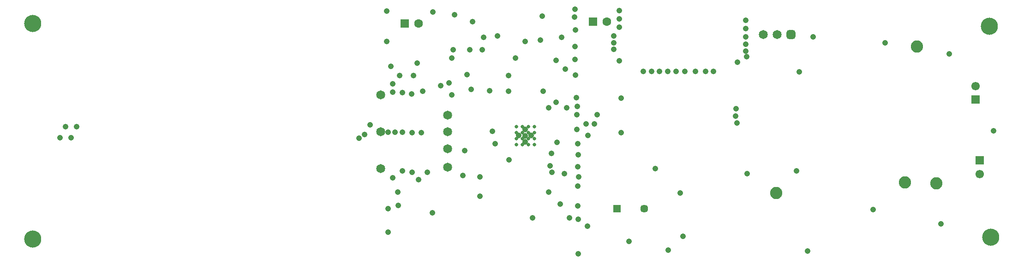
<source format=gbs>
G04*
G04 #@! TF.GenerationSoftware,Altium Limited,Altium Designer,23.3.1 (30)*
G04*
G04 Layer_Color=16711935*
%FSLAX44Y44*%
%MOMM*%
G71*
G04*
G04 #@! TF.SameCoordinates,C1E6EB35-FD0D-487A-9AD2-E077E24BAF61*
G04*
G04*
G04 #@! TF.FilePolarity,Negative*
G04*
G01*
G75*
%ADD72C,3.1500*%
%ADD73C,1.6000*%
%ADD74R,1.6000X1.6000*%
%ADD75C,1.6500*%
%ADD76C,1.4500*%
%ADD77C,2.2500*%
G04:AMPARAMS|DCode=78|XSize=1.65mm|YSize=1.65mm|CornerRadius=0.45mm|HoleSize=0mm|Usage=FLASHONLY|Rotation=0.000|XOffset=0mm|YOffset=0mm|HoleType=Round|Shape=RoundedRectangle|*
%AMROUNDEDRECTD78*
21,1,1.6500,0.7500,0,0,0.0*
21,1,0.7500,1.6500,0,0,0.0*
1,1,0.9000,0.3750,-0.3750*
1,1,0.9000,-0.3750,-0.3750*
1,1,0.9000,-0.3750,0.3750*
1,1,0.9000,0.3750,0.3750*
%
%ADD78ROUNDEDRECTD78*%
%ADD79R,1.4500X1.4500*%
%ADD80C,1.5500*%
%ADD81R,1.5500X1.5500*%
%ADD82C,1.0570*%
%ADD83C,1.0565*%
%ADD84C,0.6500*%
D72*
X1812290Y59690D02*
D03*
X1809750Y447040D02*
D03*
X54610Y452120D02*
D03*
Y55880D02*
D03*
D73*
X1107440Y455930D02*
D03*
X762000Y452120D02*
D03*
D74*
X1082040Y455930D02*
D03*
X736600Y452120D02*
D03*
D75*
X692230Y185410D02*
D03*
Y321130D02*
D03*
X815340Y222240D02*
D03*
Y187960D02*
D03*
Y284300D02*
D03*
X692270Y253270D02*
D03*
X815340D02*
D03*
X1394460Y431800D02*
D03*
X1419860D02*
D03*
D76*
X1176020Y111760D02*
D03*
D77*
X1676400Y410210D02*
D03*
X1711960Y158750D02*
D03*
X1654810Y160020D02*
D03*
X1418590Y140970D02*
D03*
D78*
X1445260Y431800D02*
D03*
D79*
X1126020Y111760D02*
D03*
D80*
X1791970Y175660D02*
D03*
X1784350Y337420D02*
D03*
D81*
X1791970Y200660D02*
D03*
X1784350Y312420D02*
D03*
D82*
X1220470Y35560D02*
D03*
X1485900Y427990D02*
D03*
X1365250Y176530D02*
D03*
X1817370Y255270D02*
D03*
X1148080Y52070D02*
D03*
X1475740Y34290D02*
D03*
X1455420Y181610D02*
D03*
X1617980Y416560D02*
D03*
X1736090Y396240D02*
D03*
X1242060Y140970D02*
D03*
X1720850Y83820D02*
D03*
X1460500Y363220D02*
D03*
X1270000Y364490D02*
D03*
X1289050D02*
D03*
X1303020D02*
D03*
X1189990D02*
D03*
X1120140Y416560D02*
D03*
X652780Y241300D02*
D03*
X718820Y252730D02*
D03*
X706120D02*
D03*
X1130300Y445770D02*
D03*
X843280Y172720D02*
D03*
X1363980Y391160D02*
D03*
X1130300Y476250D02*
D03*
X1120140Y405130D02*
D03*
Y429260D02*
D03*
X1054100Y231140D02*
D03*
X1055181Y28920D02*
D03*
X1054714Y92232D02*
D03*
X1055673Y170580D02*
D03*
X1055169Y211470D02*
D03*
X1053195Y300226D02*
D03*
X1049065Y386045D02*
D03*
X1049983Y440657D02*
D03*
X1048606Y464062D02*
D03*
X1049020Y478790D02*
D03*
X1362710Y458470D02*
D03*
Y443230D02*
D03*
Y427990D02*
D03*
Y414020D02*
D03*
Y401320D02*
D03*
X1250950Y364490D02*
D03*
X1234440D02*
D03*
X1219200D02*
D03*
X1203960D02*
D03*
X1174750D02*
D03*
X1130300Y461010D02*
D03*
X1050290Y357865D02*
D03*
X1033780Y297180D02*
D03*
X1051560Y316230D02*
D03*
X1052830Y284480D02*
D03*
X1054100Y153670D02*
D03*
X1000760Y142240D02*
D03*
X1049020Y410210D02*
D03*
X725170Y118110D02*
D03*
X1000760Y297180D02*
D03*
X732790Y252730D02*
D03*
X750570Y251460D02*
D03*
X778510Y179070D02*
D03*
X706120Y68580D02*
D03*
X1014730Y384810D02*
D03*
X1038860Y95250D02*
D03*
X1003300Y190500D02*
D03*
X1022350Y120650D02*
D03*
X971550Y95250D02*
D03*
X989330Y466090D02*
D03*
X1024890Y426720D02*
D03*
X1054100Y116840D02*
D03*
X1005840Y213360D02*
D03*
X732790Y181610D02*
D03*
X1054100Y189230D02*
D03*
X715010Y168910D02*
D03*
X1029970Y176530D02*
D03*
X762000Y165100D02*
D03*
X750570Y179070D02*
D03*
X767080Y251460D02*
D03*
X723900Y142240D02*
D03*
X990600Y327660D02*
D03*
X787400Y104140D02*
D03*
X706120Y111760D02*
D03*
X858520Y331390D02*
D03*
X957580Y419100D02*
D03*
X878840Y403860D02*
D03*
X769620Y327620D02*
D03*
X985520Y421640D02*
D03*
X802640Y337820D02*
D03*
X855980Y403860D02*
D03*
X817880Y342900D02*
D03*
X851020Y358060D02*
D03*
X825500Y403860D02*
D03*
X711200Y373380D02*
D03*
X703580Y419100D02*
D03*
X906780Y429260D02*
D03*
X732790Y325120D02*
D03*
X715010Y326350D02*
D03*
X753110Y356870D02*
D03*
X715010Y341630D02*
D03*
X749300Y322580D02*
D03*
X727710Y356870D02*
D03*
X759460Y379730D02*
D03*
X788670Y473710D02*
D03*
X703580Y474980D02*
D03*
X892810Y328930D02*
D03*
X928370Y201930D02*
D03*
X927100Y356870D02*
D03*
Y327660D02*
D03*
X902970Y231140D02*
D03*
D83*
X957900Y246200D02*
D03*
X969010Y246380D02*
D03*
X946150D02*
D03*
X957580Y234950D02*
D03*
Y257810D02*
D03*
X1071880Y80010D02*
D03*
X847090Y218440D02*
D03*
X875030Y170180D02*
D03*
X939800Y388620D02*
D03*
X822960D02*
D03*
X673101Y266180D02*
D03*
X662941Y248400D02*
D03*
X134621Y262370D02*
D03*
X114301D02*
D03*
X124461Y242050D02*
D03*
X104141D02*
D03*
X1347470Y381000D02*
D03*
X1052830Y257810D02*
D03*
X1344930Y295910D02*
D03*
X1069340Y267970D02*
D03*
X1343660Y281940D02*
D03*
X1089660Y284480D02*
D03*
X1346200Y269240D02*
D03*
X1084580Y267970D02*
D03*
X1130300Y383540D02*
D03*
X1134110Y314960D02*
D03*
Y251460D02*
D03*
X1196340Y185420D02*
D03*
X1073150Y246380D02*
D03*
X881380Y426720D02*
D03*
X828040Y468630D02*
D03*
X861060Y455930D02*
D03*
X1031240Y368300D02*
D03*
X1247140Y60960D02*
D03*
X1596390Y110490D02*
D03*
X1007110Y179070D02*
D03*
X1014730Y307340D02*
D03*
X1016000Y233680D02*
D03*
X822960Y321310D02*
D03*
X875030Y134620D02*
D03*
X897890Y254000D02*
D03*
D84*
X941400Y262700D02*
D03*
X952400D02*
D03*
X963400D02*
D03*
X974400D02*
D03*
X941400Y251700D02*
D03*
X952400D02*
D03*
X963400D02*
D03*
X974400D02*
D03*
X941400Y240700D02*
D03*
X952400D02*
D03*
X963400D02*
D03*
X974400D02*
D03*
X941400Y229700D02*
D03*
X952400D02*
D03*
X963400D02*
D03*
X974400D02*
D03*
M02*

</source>
